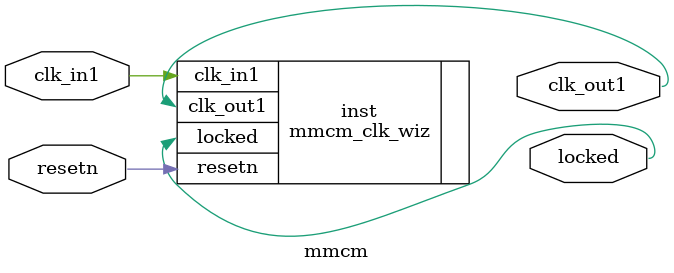
<source format=v>


`timescale 1ps/1ps

(* CORE_GENERATION_INFO = "mmcm,clk_wiz_v6_0_11_0_0,{component_name=mmcm,use_phase_alignment=true,use_min_o_jitter=false,use_max_i_jitter=false,use_dyn_phase_shift=false,use_inclk_switchover=false,use_dyn_reconfig=false,enable_axi=0,feedback_source=FDBK_AUTO,PRIMITIVE=MMCM,num_out_clk=1,clkin1_period=8.000,clkin2_period=10.000,use_power_down=false,use_reset=true,use_locked=true,use_inclk_stopped=false,feedback_type=SINGLE,CLOCK_MGR_TYPE=NA,manual_override=false}" *)

module mmcm 
 (
  // Clock out ports
  output        clk_out1,
  // Status and control signals
  input         resetn,
  output        locked,
 // Clock in ports
  input         clk_in1
 );

  mmcm_clk_wiz inst
  (
  // Clock out ports  
  .clk_out1(clk_out1),
  // Status and control signals               
  .resetn(resetn), 
  .locked(locked),
 // Clock in ports
  .clk_in1(clk_in1)
  );

endmodule

</source>
